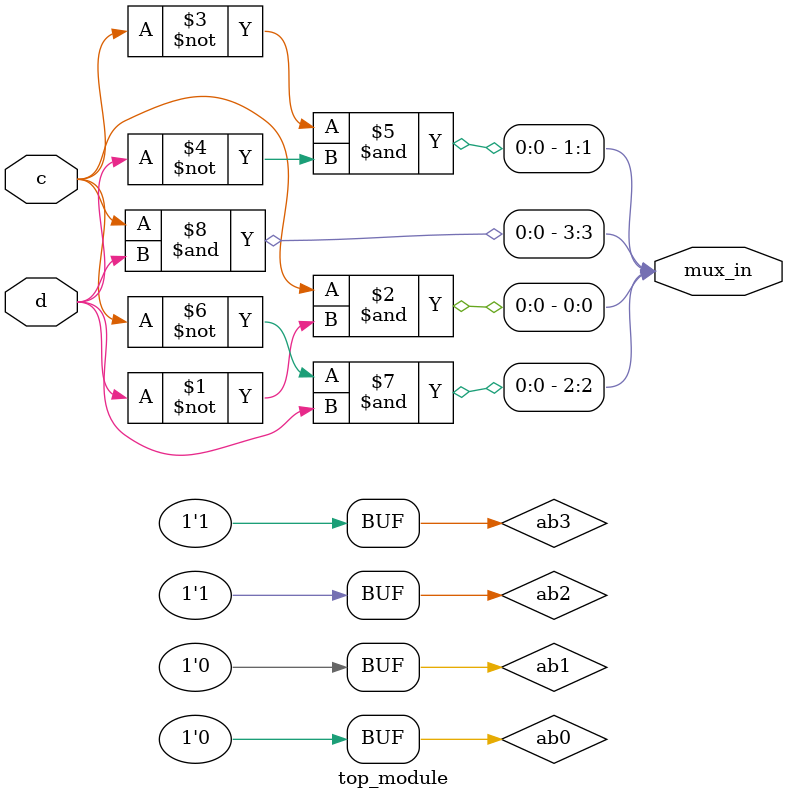
<source format=sv>
module top_module (
	input c,
	input d,
	output [3:0] mux_in
);

wire ab0, ab1, ab2, ab3;

assign ab0 = 0;
assign ab1 = 0;
assign ab2 = 1;
assign ab3 = 1;

assign mux_in[0] = c & ~d;
assign mux_in[1] = ~c & ~d;
assign mux_in[2] = ~c & d;
assign mux_in[3] = c & d;

endmodule

</source>
